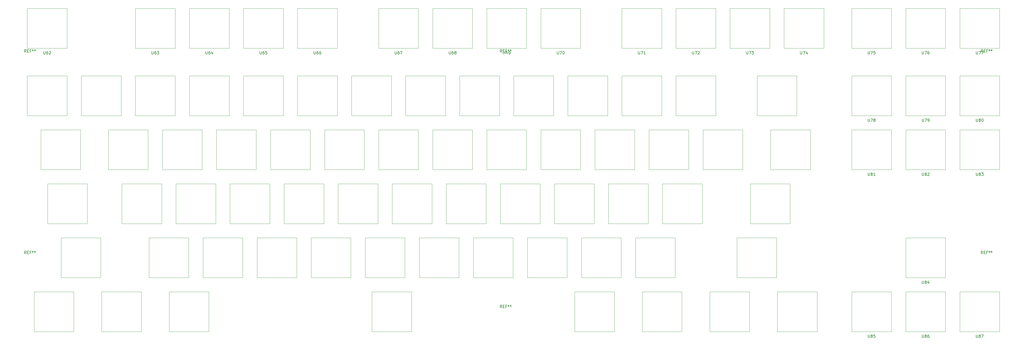
<source format=gto>
%TF.GenerationSoftware,KiCad,Pcbnew,(5.1.2)-1*%
%TF.CreationDate,2021-11-11T01:17:37-08:00*%
%TF.ProjectId,PyKey60,50794b65-7936-4302-9e6b-696361645f70,1.1a*%
%TF.SameCoordinates,Original*%
%TF.FileFunction,Legend,Top*%
%TF.FilePolarity,Positive*%
%FSLAX46Y46*%
G04 Gerber Fmt 4.6, Leading zero omitted, Abs format (unit mm)*
G04 Created by KiCad (PCBNEW (5.1.2)-1) date 2021-11-11 01:17:37*
%MOMM*%
%LPD*%
G04 APERTURE LIST*
%ADD10C,0.120000*%
%ADD11C,0.150000*%
%ADD12C,5.552400*%
%ADD13C,3.152400*%
%ADD14C,1.902400*%
%ADD15C,4.152400*%
%ADD16C,3.202400*%
%ADD17O,1.852400X1.852400*%
%ADD18R,1.852400X1.852400*%
%ADD19O,1.152400X2.252400*%
%ADD20C,0.802400*%
%ADD21O,1.152400X1.752400*%
%ADD22C,1.052400*%
G04 APERTURE END LIST*
D10*
%TO.C,U74*%
X345137500Y-57007500D02*
X345137500Y-43007500D01*
X345137500Y-57007500D02*
X331137500Y-57007500D01*
X331137500Y-57007500D02*
X331137500Y-43007500D01*
X331137500Y-43007500D02*
X345137500Y-43007500D01*
%TO.C,U77*%
X407050000Y-57007500D02*
X407050000Y-43007500D01*
X407050000Y-57007500D02*
X393050000Y-57007500D01*
X393050000Y-57007500D02*
X393050000Y-43007500D01*
X393050000Y-43007500D02*
X407050000Y-43007500D01*
%TO.C,U80*%
X407050000Y-80820000D02*
X407050000Y-66820000D01*
X407050000Y-80820000D02*
X393050000Y-80820000D01*
X393050000Y-80820000D02*
X393050000Y-66820000D01*
X393050000Y-66820000D02*
X407050000Y-66820000D01*
%TO.C,U83*%
X407050000Y-99870000D02*
X407050000Y-85870000D01*
X407050000Y-99870000D02*
X393050000Y-99870000D01*
X393050000Y-99870000D02*
X393050000Y-85870000D01*
X393050000Y-85870000D02*
X407050000Y-85870000D01*
%TO.C,U84*%
X388000000Y-137970000D02*
X388000000Y-123970000D01*
X388000000Y-137970000D02*
X374000000Y-137970000D01*
X374000000Y-137970000D02*
X374000000Y-123970000D01*
X374000000Y-123970000D02*
X388000000Y-123970000D01*
%TO.C,U87*%
X407050000Y-157020000D02*
X407050000Y-143020000D01*
X407050000Y-157020000D02*
X393050000Y-157020000D01*
X393050000Y-157020000D02*
X393050000Y-143020000D01*
X393050000Y-143020000D02*
X407050000Y-143020000D01*
%TO.C,U42*%
X76312000Y-123970000D02*
X90312000Y-123970000D01*
X76312000Y-137970000D02*
X76312000Y-123970000D01*
X90312000Y-137970000D02*
X76312000Y-137970000D01*
X90312000Y-137970000D02*
X90312000Y-123970000D01*
%TO.C,U1*%
X64437500Y-66820000D02*
X78437500Y-66820000D01*
X64437500Y-80820000D02*
X64437500Y-66820000D01*
X78437500Y-80820000D02*
X64437500Y-80820000D01*
X78437500Y-80820000D02*
X78437500Y-66820000D01*
%TO.C,U2*%
X83487500Y-66820000D02*
X97487500Y-66820000D01*
X83487500Y-80820000D02*
X83487500Y-66820000D01*
X97487500Y-80820000D02*
X83487500Y-80820000D01*
X97487500Y-80820000D02*
X97487500Y-66820000D01*
%TO.C,U3*%
X102538000Y-66820000D02*
X116538000Y-66820000D01*
X102538000Y-80820000D02*
X102538000Y-66820000D01*
X116538000Y-80820000D02*
X102538000Y-80820000D01*
X116538000Y-80820000D02*
X116538000Y-66820000D01*
%TO.C,U4*%
X121588000Y-66820000D02*
X135588000Y-66820000D01*
X121588000Y-80820000D02*
X121588000Y-66820000D01*
X135588000Y-80820000D02*
X121588000Y-80820000D01*
X135588000Y-80820000D02*
X135588000Y-66820000D01*
%TO.C,U5*%
X140638000Y-66820000D02*
X154638000Y-66820000D01*
X140638000Y-80820000D02*
X140638000Y-66820000D01*
X154638000Y-80820000D02*
X140638000Y-80820000D01*
X154638000Y-80820000D02*
X154638000Y-66820000D01*
%TO.C,U6*%
X159688000Y-66820000D02*
X173688000Y-66820000D01*
X159688000Y-80820000D02*
X159688000Y-66820000D01*
X173688000Y-80820000D02*
X159688000Y-80820000D01*
X173688000Y-80820000D02*
X173688000Y-66820000D01*
%TO.C,U8*%
X197788000Y-66820000D02*
X211788000Y-66820000D01*
X197788000Y-80820000D02*
X197788000Y-66820000D01*
X211788000Y-80820000D02*
X197788000Y-80820000D01*
X211788000Y-80820000D02*
X211788000Y-66820000D01*
%TO.C,U9*%
X216838000Y-66820000D02*
X230838000Y-66820000D01*
X216838000Y-80820000D02*
X216838000Y-66820000D01*
X230838000Y-80820000D02*
X216838000Y-80820000D01*
X230838000Y-80820000D02*
X230838000Y-66820000D01*
%TO.C,U10*%
X235888000Y-66820000D02*
X249888000Y-66820000D01*
X235888000Y-80820000D02*
X235888000Y-66820000D01*
X249888000Y-80820000D02*
X235888000Y-80820000D01*
X249888000Y-80820000D02*
X249888000Y-66820000D01*
%TO.C,U11*%
X254938000Y-66820000D02*
X268938000Y-66820000D01*
X254938000Y-80820000D02*
X254938000Y-66820000D01*
X268938000Y-80820000D02*
X254938000Y-80820000D01*
X268938000Y-80820000D02*
X268938000Y-66820000D01*
%TO.C,U12*%
X273988000Y-66820000D02*
X287988000Y-66820000D01*
X273988000Y-80820000D02*
X273988000Y-66820000D01*
X287988000Y-80820000D02*
X273988000Y-80820000D01*
X287988000Y-80820000D02*
X287988000Y-66820000D01*
%TO.C,U13*%
X293038000Y-66820000D02*
X307038000Y-66820000D01*
X293038000Y-80820000D02*
X293038000Y-66820000D01*
X307038000Y-80820000D02*
X293038000Y-80820000D01*
X307038000Y-80820000D02*
X307038000Y-66820000D01*
%TO.C,U16*%
X93012000Y-85870000D02*
X107012000Y-85870000D01*
X93012000Y-99870000D02*
X93012000Y-85870000D01*
X107012000Y-99870000D02*
X93012000Y-99870000D01*
X107012000Y-99870000D02*
X107012000Y-85870000D01*
%TO.C,U17*%
X112062000Y-85870000D02*
X126062000Y-85870000D01*
X112062000Y-99870000D02*
X112062000Y-85870000D01*
X126062000Y-99870000D02*
X112062000Y-99870000D01*
X126062000Y-99870000D02*
X126062000Y-85870000D01*
%TO.C,U18*%
X131112000Y-85870000D02*
X145112000Y-85870000D01*
X131112000Y-99870000D02*
X131112000Y-85870000D01*
X145112000Y-99870000D02*
X131112000Y-99870000D01*
X145112000Y-99870000D02*
X145112000Y-85870000D01*
%TO.C,U19*%
X150162000Y-85870000D02*
X164162000Y-85870000D01*
X150162000Y-99870000D02*
X150162000Y-85870000D01*
X164162000Y-99870000D02*
X150162000Y-99870000D01*
X164162000Y-99870000D02*
X164162000Y-85870000D01*
%TO.C,U20*%
X169212000Y-85870000D02*
X183212000Y-85870000D01*
X169212000Y-99870000D02*
X169212000Y-85870000D01*
X183212000Y-99870000D02*
X169212000Y-99870000D01*
X183212000Y-99870000D02*
X183212000Y-85870000D01*
%TO.C,U21*%
X188262000Y-85870000D02*
X202262000Y-85870000D01*
X188262000Y-99870000D02*
X188262000Y-85870000D01*
X202262000Y-99870000D02*
X188262000Y-99870000D01*
X202262000Y-99870000D02*
X202262000Y-85870000D01*
%TO.C,U22*%
X207312000Y-85870000D02*
X221312000Y-85870000D01*
X207312000Y-99870000D02*
X207312000Y-85870000D01*
X221312000Y-99870000D02*
X207312000Y-99870000D01*
X221312000Y-99870000D02*
X221312000Y-85870000D01*
%TO.C,U23*%
X226362000Y-85870000D02*
X240362000Y-85870000D01*
X226362000Y-99870000D02*
X226362000Y-85870000D01*
X240362000Y-99870000D02*
X226362000Y-99870000D01*
X240362000Y-99870000D02*
X240362000Y-85870000D01*
%TO.C,U24*%
X245412000Y-85870000D02*
X259412000Y-85870000D01*
X245412000Y-99870000D02*
X245412000Y-85870000D01*
X259412000Y-99870000D02*
X245412000Y-99870000D01*
X259412000Y-99870000D02*
X259412000Y-85870000D01*
%TO.C,U25*%
X264462000Y-85870000D02*
X278462000Y-85870000D01*
X264462000Y-99870000D02*
X264462000Y-85870000D01*
X278462000Y-99870000D02*
X264462000Y-99870000D01*
X278462000Y-99870000D02*
X278462000Y-85870000D01*
%TO.C,U26*%
X283512000Y-85870000D02*
X297512000Y-85870000D01*
X283512000Y-99870000D02*
X283512000Y-85870000D01*
X297512000Y-99870000D02*
X283512000Y-99870000D01*
X297512000Y-99870000D02*
X297512000Y-85870000D01*
%TO.C,U27*%
X302562000Y-85870000D02*
X316562000Y-85870000D01*
X302562000Y-99870000D02*
X302562000Y-85870000D01*
X316562000Y-99870000D02*
X302562000Y-99870000D01*
X316562000Y-99870000D02*
X316562000Y-85870000D01*
%TO.C,U30*%
X97775000Y-104920000D02*
X111775000Y-104920000D01*
X97775000Y-118920000D02*
X97775000Y-104920000D01*
X111775000Y-118920000D02*
X97775000Y-118920000D01*
X111775000Y-118920000D02*
X111775000Y-104920000D01*
%TO.C,U31*%
X116825000Y-104920000D02*
X130825000Y-104920000D01*
X116825000Y-118920000D02*
X116825000Y-104920000D01*
X130825000Y-118920000D02*
X116825000Y-118920000D01*
X130825000Y-118920000D02*
X130825000Y-104920000D01*
%TO.C,U32*%
X135875000Y-104920000D02*
X149875000Y-104920000D01*
X135875000Y-118920000D02*
X135875000Y-104920000D01*
X149875000Y-118920000D02*
X135875000Y-118920000D01*
X149875000Y-118920000D02*
X149875000Y-104920000D01*
%TO.C,U33*%
X154925000Y-104920000D02*
X168925000Y-104920000D01*
X154925000Y-118920000D02*
X154925000Y-104920000D01*
X168925000Y-118920000D02*
X154925000Y-118920000D01*
X168925000Y-118920000D02*
X168925000Y-104920000D01*
%TO.C,U34*%
X173975000Y-104920000D02*
X187975000Y-104920000D01*
X173975000Y-118920000D02*
X173975000Y-104920000D01*
X187975000Y-118920000D02*
X173975000Y-118920000D01*
X187975000Y-118920000D02*
X187975000Y-104920000D01*
%TO.C,U35*%
X193025000Y-104920000D02*
X207025000Y-104920000D01*
X193025000Y-118920000D02*
X193025000Y-104920000D01*
X207025000Y-118920000D02*
X193025000Y-118920000D01*
X207025000Y-118920000D02*
X207025000Y-104920000D01*
%TO.C,U36*%
X212075000Y-104920000D02*
X226075000Y-104920000D01*
X212075000Y-118920000D02*
X212075000Y-104920000D01*
X226075000Y-118920000D02*
X212075000Y-118920000D01*
X226075000Y-118920000D02*
X226075000Y-104920000D01*
%TO.C,U37*%
X231125000Y-104920000D02*
X245125000Y-104920000D01*
X231125000Y-118920000D02*
X231125000Y-104920000D01*
X245125000Y-118920000D02*
X231125000Y-118920000D01*
X245125000Y-118920000D02*
X245125000Y-104920000D01*
%TO.C,U38*%
X250175000Y-104920000D02*
X264175000Y-104920000D01*
X250175000Y-118920000D02*
X250175000Y-104920000D01*
X264175000Y-118920000D02*
X250175000Y-118920000D01*
X264175000Y-118920000D02*
X264175000Y-104920000D01*
%TO.C,U39*%
X269225000Y-104920000D02*
X283225000Y-104920000D01*
X269225000Y-118920000D02*
X269225000Y-104920000D01*
X283225000Y-118920000D02*
X269225000Y-118920000D01*
X283225000Y-118920000D02*
X283225000Y-104920000D01*
%TO.C,U40*%
X288275000Y-104920000D02*
X302275000Y-104920000D01*
X288275000Y-118920000D02*
X288275000Y-104920000D01*
X302275000Y-118920000D02*
X288275000Y-118920000D01*
X302275000Y-118920000D02*
X302275000Y-104920000D01*
%TO.C,U43*%
X107300000Y-123970000D02*
X121300000Y-123970000D01*
X107300000Y-137970000D02*
X107300000Y-123970000D01*
X121300000Y-137970000D02*
X107300000Y-137970000D01*
X121300000Y-137970000D02*
X121300000Y-123970000D01*
%TO.C,U44*%
X126350000Y-123970000D02*
X140350000Y-123970000D01*
X126350000Y-137970000D02*
X126350000Y-123970000D01*
X140350000Y-137970000D02*
X126350000Y-137970000D01*
X140350000Y-137970000D02*
X140350000Y-123970000D01*
%TO.C,U45*%
X145400000Y-123970000D02*
X159400000Y-123970000D01*
X145400000Y-137970000D02*
X145400000Y-123970000D01*
X159400000Y-137970000D02*
X145400000Y-137970000D01*
X159400000Y-137970000D02*
X159400000Y-123970000D01*
%TO.C,U46*%
X164450000Y-123970000D02*
X178450000Y-123970000D01*
X164450000Y-137970000D02*
X164450000Y-123970000D01*
X178450000Y-137970000D02*
X164450000Y-137970000D01*
X178450000Y-137970000D02*
X178450000Y-123970000D01*
%TO.C,U47*%
X183500000Y-123970000D02*
X197500000Y-123970000D01*
X183500000Y-137970000D02*
X183500000Y-123970000D01*
X197500000Y-137970000D02*
X183500000Y-137970000D01*
X197500000Y-137970000D02*
X197500000Y-123970000D01*
%TO.C,U48*%
X202550000Y-123970000D02*
X216550000Y-123970000D01*
X202550000Y-137970000D02*
X202550000Y-123970000D01*
X216550000Y-137970000D02*
X202550000Y-137970000D01*
X216550000Y-137970000D02*
X216550000Y-123970000D01*
%TO.C,U49*%
X221600000Y-123970000D02*
X235600000Y-123970000D01*
X221600000Y-137970000D02*
X221600000Y-123970000D01*
X235600000Y-137970000D02*
X221600000Y-137970000D01*
X235600000Y-137970000D02*
X235600000Y-123970000D01*
%TO.C,U50*%
X240650000Y-123970000D02*
X254650000Y-123970000D01*
X240650000Y-137970000D02*
X240650000Y-123970000D01*
X254650000Y-137970000D02*
X240650000Y-137970000D01*
X254650000Y-137970000D02*
X254650000Y-123970000D01*
%TO.C,U51*%
X259700000Y-123970000D02*
X273700000Y-123970000D01*
X259700000Y-137970000D02*
X259700000Y-123970000D01*
X273700000Y-137970000D02*
X259700000Y-137970000D01*
X273700000Y-137970000D02*
X273700000Y-123970000D01*
%TO.C,U52*%
X278750000Y-123970000D02*
X292750000Y-123970000D01*
X278750000Y-137970000D02*
X278750000Y-123970000D01*
X292750000Y-137970000D02*
X278750000Y-137970000D01*
X292750000Y-137970000D02*
X292750000Y-123970000D01*
%TO.C,U62*%
X78437500Y-57007500D02*
X78437500Y-43007500D01*
X78437500Y-57007500D02*
X64437500Y-57007500D01*
X64437500Y-57007500D02*
X64437500Y-43007500D01*
X64437500Y-43007500D02*
X78437500Y-43007500D01*
%TO.C,U63*%
X102537500Y-43007500D02*
X116537500Y-43007500D01*
X102537500Y-57007500D02*
X102537500Y-43007500D01*
X116537500Y-57007500D02*
X102537500Y-57007500D01*
X116537500Y-57007500D02*
X116537500Y-43007500D01*
%TO.C,U64*%
X135587500Y-57007500D02*
X135587500Y-43007500D01*
X135587500Y-57007500D02*
X121587500Y-57007500D01*
X121587500Y-57007500D02*
X121587500Y-43007500D01*
X121587500Y-43007500D02*
X135587500Y-43007500D01*
%TO.C,U65*%
X154637500Y-57007500D02*
X154637500Y-43007500D01*
X154637500Y-57007500D02*
X140637500Y-57007500D01*
X140637500Y-57007500D02*
X140637500Y-43007500D01*
X140637500Y-43007500D02*
X154637500Y-43007500D01*
%TO.C,U66*%
X173687500Y-57007500D02*
X173687500Y-43007500D01*
X173687500Y-57007500D02*
X159687500Y-57007500D01*
X159687500Y-57007500D02*
X159687500Y-43007500D01*
X159687500Y-43007500D02*
X173687500Y-43007500D01*
%TO.C,U67*%
X202262500Y-57007500D02*
X202262500Y-43007500D01*
X202262500Y-57007500D02*
X188262500Y-57007500D01*
X188262500Y-57007500D02*
X188262500Y-43007500D01*
X188262500Y-43007500D02*
X202262500Y-43007500D01*
%TO.C,U68*%
X221312500Y-57007500D02*
X221312500Y-43007500D01*
X221312500Y-57007500D02*
X207312500Y-57007500D01*
X207312500Y-57007500D02*
X207312500Y-43007500D01*
X207312500Y-43007500D02*
X221312500Y-43007500D01*
%TO.C,U69*%
X240362500Y-57007500D02*
X240362500Y-43007500D01*
X240362500Y-57007500D02*
X226362500Y-57007500D01*
X226362500Y-57007500D02*
X226362500Y-43007500D01*
X226362500Y-43007500D02*
X240362500Y-43007500D01*
%TO.C,U70*%
X259412500Y-57007500D02*
X259412500Y-43007500D01*
X259412500Y-57007500D02*
X245412500Y-57007500D01*
X245412500Y-57007500D02*
X245412500Y-43007500D01*
X245412500Y-43007500D02*
X259412500Y-43007500D01*
%TO.C,U71*%
X287987500Y-57007500D02*
X287987500Y-43007500D01*
X287987500Y-57007500D02*
X273987500Y-57007500D01*
X273987500Y-57007500D02*
X273987500Y-43007500D01*
X273987500Y-43007500D02*
X287987500Y-43007500D01*
%TO.C,U72*%
X307037500Y-57007500D02*
X307037500Y-43007500D01*
X307037500Y-57007500D02*
X293037500Y-57007500D01*
X293037500Y-57007500D02*
X293037500Y-43007500D01*
X293037500Y-43007500D02*
X307037500Y-43007500D01*
%TO.C,U73*%
X326087500Y-57007500D02*
X326087500Y-43007500D01*
X326087500Y-57007500D02*
X312087500Y-57007500D01*
X312087500Y-57007500D02*
X312087500Y-43007500D01*
X312087500Y-43007500D02*
X326087500Y-43007500D01*
%TO.C,U75*%
X368950000Y-57007500D02*
X368950000Y-43007500D01*
X368950000Y-57007500D02*
X354950000Y-57007500D01*
X354950000Y-57007500D02*
X354950000Y-43007500D01*
X354950000Y-43007500D02*
X368950000Y-43007500D01*
%TO.C,U78*%
X368950000Y-80820000D02*
X368950000Y-66820000D01*
X368950000Y-80820000D02*
X354950000Y-80820000D01*
X354950000Y-80820000D02*
X354950000Y-66820000D01*
X354950000Y-66820000D02*
X368950000Y-66820000D01*
%TO.C,U81*%
X368950000Y-99870000D02*
X368950000Y-85870000D01*
X368950000Y-99870000D02*
X354950000Y-99870000D01*
X354950000Y-99870000D02*
X354950000Y-85870000D01*
X354950000Y-85870000D02*
X368950000Y-85870000D01*
%TO.C,U85*%
X368950000Y-157020000D02*
X368950000Y-143020000D01*
X368950000Y-157020000D02*
X354950000Y-157020000D01*
X354950000Y-157020000D02*
X354950000Y-143020000D01*
X354950000Y-143020000D02*
X368950000Y-143020000D01*
%TO.C,U76*%
X388000000Y-57007500D02*
X388000000Y-43007500D01*
X388000000Y-57007500D02*
X374000000Y-57007500D01*
X374000000Y-57007500D02*
X374000000Y-43007500D01*
X374000000Y-43007500D02*
X388000000Y-43007500D01*
%TO.C,U79*%
X388000000Y-80820000D02*
X388000000Y-66820000D01*
X388000000Y-80820000D02*
X374000000Y-80820000D01*
X374000000Y-80820000D02*
X374000000Y-66820000D01*
X374000000Y-66820000D02*
X388000000Y-66820000D01*
%TO.C,U82*%
X388000000Y-99870000D02*
X388000000Y-85870000D01*
X388000000Y-99870000D02*
X374000000Y-99870000D01*
X374000000Y-99870000D02*
X374000000Y-85870000D01*
X374000000Y-85870000D02*
X388000000Y-85870000D01*
%TO.C,U7*%
X178738000Y-66820000D02*
X192738000Y-66820000D01*
X178738000Y-80820000D02*
X178738000Y-66820000D01*
X192738000Y-80820000D02*
X178738000Y-80820000D01*
X192738000Y-80820000D02*
X192738000Y-66820000D01*
%TO.C,U86*%
X388000000Y-157020000D02*
X388000000Y-143020000D01*
X388000000Y-157020000D02*
X374000000Y-157020000D01*
X374000000Y-157020000D02*
X374000000Y-143020000D01*
X374000000Y-143020000D02*
X388000000Y-143020000D01*
%TO.C,U57*%
X185881000Y-143020000D02*
X199881000Y-143020000D01*
X185881000Y-157020000D02*
X185881000Y-143020000D01*
X199881000Y-157020000D02*
X185881000Y-157020000D01*
X199881000Y-157020000D02*
X199881000Y-143020000D01*
%TO.C,U53*%
X314469000Y-123970000D02*
X328469000Y-123970000D01*
X314469000Y-137970000D02*
X314469000Y-123970000D01*
X328469000Y-137970000D02*
X314469000Y-137970000D01*
X328469000Y-137970000D02*
X328469000Y-123970000D01*
%TO.C,U41*%
X319231000Y-104920000D02*
X333231000Y-104920000D01*
X319231000Y-118920000D02*
X319231000Y-104920000D01*
X333231000Y-118920000D02*
X319231000Y-118920000D01*
X333231000Y-118920000D02*
X333231000Y-104920000D01*
%TO.C,U14*%
X321613000Y-66820000D02*
X335613000Y-66820000D01*
X321613000Y-80820000D02*
X321613000Y-66820000D01*
X335613000Y-80820000D02*
X321613000Y-80820000D01*
X335613000Y-80820000D02*
X335613000Y-66820000D01*
%TO.C,U29*%
X71582500Y-104920000D02*
X85582500Y-104920000D01*
X71582500Y-118920000D02*
X71582500Y-104920000D01*
X85582500Y-118920000D02*
X71582500Y-118920000D01*
X85582500Y-118920000D02*
X85582500Y-104920000D01*
%TO.C,U28*%
X326375000Y-85870000D02*
X340375000Y-85870000D01*
X326375000Y-99870000D02*
X326375000Y-85870000D01*
X340375000Y-99870000D02*
X326375000Y-99870000D01*
X340375000Y-99870000D02*
X340375000Y-85870000D01*
%TO.C,U15*%
X69200000Y-85870000D02*
X83200000Y-85870000D01*
X69200000Y-99870000D02*
X69200000Y-85870000D01*
X83200000Y-99870000D02*
X69200000Y-99870000D01*
X83200000Y-99870000D02*
X83200000Y-85870000D01*
%TO.C,U61*%
X328744000Y-143020000D02*
X342744000Y-143020000D01*
X328744000Y-157020000D02*
X328744000Y-143020000D01*
X342744000Y-157020000D02*
X328744000Y-157020000D01*
X342744000Y-157020000D02*
X342744000Y-143020000D01*
%TO.C,U60*%
X304931000Y-143020000D02*
X318931000Y-143020000D01*
X304931000Y-157020000D02*
X304931000Y-143020000D01*
X318931000Y-157020000D02*
X304931000Y-157020000D01*
X318931000Y-157020000D02*
X318931000Y-143020000D01*
%TO.C,U59*%
X281131000Y-143020000D02*
X295131000Y-143020000D01*
X281131000Y-157020000D02*
X281131000Y-143020000D01*
X295131000Y-157020000D02*
X281131000Y-157020000D01*
X295131000Y-157020000D02*
X295131000Y-143020000D01*
%TO.C,U58*%
X257319000Y-143020000D02*
X271319000Y-143020000D01*
X257319000Y-157020000D02*
X257319000Y-143020000D01*
X271319000Y-157020000D02*
X257319000Y-157020000D01*
X271319000Y-157020000D02*
X271319000Y-143020000D01*
%TO.C,U56*%
X114444000Y-143020000D02*
X128444000Y-143020000D01*
X114444000Y-157020000D02*
X114444000Y-143020000D01*
X128444000Y-157020000D02*
X114444000Y-157020000D01*
X128444000Y-157020000D02*
X128444000Y-143020000D01*
%TO.C,U55*%
X90631200Y-143020000D02*
X104631200Y-143020000D01*
X90631200Y-157020000D02*
X90631200Y-143020000D01*
X104631200Y-157020000D02*
X90631200Y-157020000D01*
X104631200Y-157020000D02*
X104631200Y-143020000D01*
%TO.C,U54*%
X66818800Y-143020000D02*
X80818800Y-143020000D01*
X66818800Y-157020000D02*
X66818800Y-143020000D01*
X80818800Y-157020000D02*
X66818800Y-157020000D01*
X80818800Y-157020000D02*
X80818800Y-143020000D01*
%TO.C,REF\002A\002A*%
D11*
X401161666Y-58507380D02*
X400828333Y-58031190D01*
X400590238Y-58507380D02*
X400590238Y-57507380D01*
X400971190Y-57507380D01*
X401066428Y-57555000D01*
X401114047Y-57602619D01*
X401161666Y-57697857D01*
X401161666Y-57840714D01*
X401114047Y-57935952D01*
X401066428Y-57983571D01*
X400971190Y-58031190D01*
X400590238Y-58031190D01*
X401590238Y-57983571D02*
X401923571Y-57983571D01*
X402066428Y-58507380D02*
X401590238Y-58507380D01*
X401590238Y-57507380D01*
X402066428Y-57507380D01*
X402828333Y-57983571D02*
X402495000Y-57983571D01*
X402495000Y-58507380D02*
X402495000Y-57507380D01*
X402971190Y-57507380D01*
X403495000Y-57507380D02*
X403495000Y-57745476D01*
X403256904Y-57650238D02*
X403495000Y-57745476D01*
X403733095Y-57650238D01*
X403352142Y-57935952D02*
X403495000Y-57745476D01*
X403637857Y-57935952D01*
X404256904Y-57507380D02*
X404256904Y-57745476D01*
X404018809Y-57650238D02*
X404256904Y-57745476D01*
X404495000Y-57650238D01*
X404114047Y-57935952D02*
X404256904Y-57745476D01*
X404399761Y-57935952D01*
X401161666Y-129627380D02*
X400828333Y-129151190D01*
X400590238Y-129627380D02*
X400590238Y-128627380D01*
X400971190Y-128627380D01*
X401066428Y-128675000D01*
X401114047Y-128722619D01*
X401161666Y-128817857D01*
X401161666Y-128960714D01*
X401114047Y-129055952D01*
X401066428Y-129103571D01*
X400971190Y-129151190D01*
X400590238Y-129151190D01*
X401590238Y-129103571D02*
X401923571Y-129103571D01*
X402066428Y-129627380D02*
X401590238Y-129627380D01*
X401590238Y-128627380D01*
X402066428Y-128627380D01*
X402828333Y-129103571D02*
X402495000Y-129103571D01*
X402495000Y-129627380D02*
X402495000Y-128627380D01*
X402971190Y-128627380D01*
X403495000Y-128627380D02*
X403495000Y-128865476D01*
X403256904Y-128770238D02*
X403495000Y-128865476D01*
X403733095Y-128770238D01*
X403352142Y-129055952D02*
X403495000Y-128865476D01*
X403637857Y-129055952D01*
X404256904Y-128627380D02*
X404256904Y-128865476D01*
X404018809Y-128770238D02*
X404256904Y-128865476D01*
X404495000Y-128770238D01*
X404114047Y-129055952D02*
X404256904Y-128865476D01*
X404399761Y-129055952D01*
X231711666Y-58507380D02*
X231378333Y-58031190D01*
X231140238Y-58507380D02*
X231140238Y-57507380D01*
X231521190Y-57507380D01*
X231616428Y-57555000D01*
X231664047Y-57602619D01*
X231711666Y-57697857D01*
X231711666Y-57840714D01*
X231664047Y-57935952D01*
X231616428Y-57983571D01*
X231521190Y-58031190D01*
X231140238Y-58031190D01*
X232140238Y-57983571D02*
X232473571Y-57983571D01*
X232616428Y-58507380D02*
X232140238Y-58507380D01*
X232140238Y-57507380D01*
X232616428Y-57507380D01*
X233378333Y-57983571D02*
X233045000Y-57983571D01*
X233045000Y-58507380D02*
X233045000Y-57507380D01*
X233521190Y-57507380D01*
X234045000Y-57507380D02*
X234045000Y-57745476D01*
X233806904Y-57650238D02*
X234045000Y-57745476D01*
X234283095Y-57650238D01*
X233902142Y-57935952D02*
X234045000Y-57745476D01*
X234187857Y-57935952D01*
X234806904Y-57507380D02*
X234806904Y-57745476D01*
X234568809Y-57650238D02*
X234806904Y-57745476D01*
X235045000Y-57650238D01*
X234664047Y-57935952D02*
X234806904Y-57745476D01*
X234949761Y-57935952D01*
X231711666Y-148677380D02*
X231378333Y-148201190D01*
X231140238Y-148677380D02*
X231140238Y-147677380D01*
X231521190Y-147677380D01*
X231616428Y-147725000D01*
X231664047Y-147772619D01*
X231711666Y-147867857D01*
X231711666Y-148010714D01*
X231664047Y-148105952D01*
X231616428Y-148153571D01*
X231521190Y-148201190D01*
X231140238Y-148201190D01*
X232140238Y-148153571D02*
X232473571Y-148153571D01*
X232616428Y-148677380D02*
X232140238Y-148677380D01*
X232140238Y-147677380D01*
X232616428Y-147677380D01*
X233378333Y-148153571D02*
X233045000Y-148153571D01*
X233045000Y-148677380D02*
X233045000Y-147677380D01*
X233521190Y-147677380D01*
X234045000Y-147677380D02*
X234045000Y-147915476D01*
X233806904Y-147820238D02*
X234045000Y-147915476D01*
X234283095Y-147820238D01*
X233902142Y-148105952D02*
X234045000Y-147915476D01*
X234187857Y-148105952D01*
X234806904Y-147677380D02*
X234806904Y-147915476D01*
X234568809Y-147820238D02*
X234806904Y-147915476D01*
X235045000Y-147820238D01*
X234664047Y-148105952D02*
X234806904Y-147915476D01*
X234949761Y-148105952D01*
X64071666Y-58507380D02*
X63738333Y-58031190D01*
X63500238Y-58507380D02*
X63500238Y-57507380D01*
X63881190Y-57507380D01*
X63976428Y-57555000D01*
X64024047Y-57602619D01*
X64071666Y-57697857D01*
X64071666Y-57840714D01*
X64024047Y-57935952D01*
X63976428Y-57983571D01*
X63881190Y-58031190D01*
X63500238Y-58031190D01*
X64500238Y-57983571D02*
X64833571Y-57983571D01*
X64976428Y-58507380D02*
X64500238Y-58507380D01*
X64500238Y-57507380D01*
X64976428Y-57507380D01*
X65738333Y-57983571D02*
X65405000Y-57983571D01*
X65405000Y-58507380D02*
X65405000Y-57507380D01*
X65881190Y-57507380D01*
X66405000Y-57507380D02*
X66405000Y-57745476D01*
X66166904Y-57650238D02*
X66405000Y-57745476D01*
X66643095Y-57650238D01*
X66262142Y-57935952D02*
X66405000Y-57745476D01*
X66547857Y-57935952D01*
X67166904Y-57507380D02*
X67166904Y-57745476D01*
X66928809Y-57650238D02*
X67166904Y-57745476D01*
X67405000Y-57650238D01*
X67024047Y-57935952D02*
X67166904Y-57745476D01*
X67309761Y-57935952D01*
X64071666Y-129627380D02*
X63738333Y-129151190D01*
X63500238Y-129627380D02*
X63500238Y-128627380D01*
X63881190Y-128627380D01*
X63976428Y-128675000D01*
X64024047Y-128722619D01*
X64071666Y-128817857D01*
X64071666Y-128960714D01*
X64024047Y-129055952D01*
X63976428Y-129103571D01*
X63881190Y-129151190D01*
X63500238Y-129151190D01*
X64500238Y-129103571D02*
X64833571Y-129103571D01*
X64976428Y-129627380D02*
X64500238Y-129627380D01*
X64500238Y-128627380D01*
X64976428Y-128627380D01*
X65738333Y-129103571D02*
X65405000Y-129103571D01*
X65405000Y-129627380D02*
X65405000Y-128627380D01*
X65881190Y-128627380D01*
X66405000Y-128627380D02*
X66405000Y-128865476D01*
X66166904Y-128770238D02*
X66405000Y-128865476D01*
X66643095Y-128770238D01*
X66262142Y-129055952D02*
X66405000Y-128865476D01*
X66547857Y-129055952D01*
X67166904Y-128627380D02*
X67166904Y-128865476D01*
X66928809Y-128770238D02*
X67166904Y-128865476D01*
X67405000Y-128770238D01*
X67024047Y-129055952D02*
X67166904Y-128865476D01*
X67309761Y-129055952D01*
%TO.C,U74*%
X336899404Y-58122380D02*
X336899404Y-58931904D01*
X336947023Y-59027142D01*
X336994642Y-59074761D01*
X337089880Y-59122380D01*
X337280357Y-59122380D01*
X337375595Y-59074761D01*
X337423214Y-59027142D01*
X337470833Y-58931904D01*
X337470833Y-58122380D01*
X337851785Y-58122380D02*
X338518452Y-58122380D01*
X338089880Y-59122380D01*
X339327976Y-58455714D02*
X339327976Y-59122380D01*
X339089880Y-58074761D02*
X338851785Y-58789047D01*
X339470833Y-58789047D01*
%TO.C,U77*%
X398811904Y-58122380D02*
X398811904Y-58931904D01*
X398859523Y-59027142D01*
X398907142Y-59074761D01*
X399002380Y-59122380D01*
X399192857Y-59122380D01*
X399288095Y-59074761D01*
X399335714Y-59027142D01*
X399383333Y-58931904D01*
X399383333Y-58122380D01*
X399764285Y-58122380D02*
X400430952Y-58122380D01*
X400002380Y-59122380D01*
X400716666Y-58122380D02*
X401383333Y-58122380D01*
X400954761Y-59122380D01*
%TO.C,U80*%
X398811904Y-81934880D02*
X398811904Y-82744404D01*
X398859523Y-82839642D01*
X398907142Y-82887261D01*
X399002380Y-82934880D01*
X399192857Y-82934880D01*
X399288095Y-82887261D01*
X399335714Y-82839642D01*
X399383333Y-82744404D01*
X399383333Y-81934880D01*
X400002380Y-82363452D02*
X399907142Y-82315833D01*
X399859523Y-82268214D01*
X399811904Y-82172976D01*
X399811904Y-82125357D01*
X399859523Y-82030119D01*
X399907142Y-81982500D01*
X400002380Y-81934880D01*
X400192857Y-81934880D01*
X400288095Y-81982500D01*
X400335714Y-82030119D01*
X400383333Y-82125357D01*
X400383333Y-82172976D01*
X400335714Y-82268214D01*
X400288095Y-82315833D01*
X400192857Y-82363452D01*
X400002380Y-82363452D01*
X399907142Y-82411071D01*
X399859523Y-82458690D01*
X399811904Y-82553928D01*
X399811904Y-82744404D01*
X399859523Y-82839642D01*
X399907142Y-82887261D01*
X400002380Y-82934880D01*
X400192857Y-82934880D01*
X400288095Y-82887261D01*
X400335714Y-82839642D01*
X400383333Y-82744404D01*
X400383333Y-82553928D01*
X400335714Y-82458690D01*
X400288095Y-82411071D01*
X400192857Y-82363452D01*
X401002380Y-81934880D02*
X401097619Y-81934880D01*
X401192857Y-81982500D01*
X401240476Y-82030119D01*
X401288095Y-82125357D01*
X401335714Y-82315833D01*
X401335714Y-82553928D01*
X401288095Y-82744404D01*
X401240476Y-82839642D01*
X401192857Y-82887261D01*
X401097619Y-82934880D01*
X401002380Y-82934880D01*
X400907142Y-82887261D01*
X400859523Y-82839642D01*
X400811904Y-82744404D01*
X400764285Y-82553928D01*
X400764285Y-82315833D01*
X400811904Y-82125357D01*
X400859523Y-82030119D01*
X400907142Y-81982500D01*
X401002380Y-81934880D01*
%TO.C,U83*%
X398811904Y-100984880D02*
X398811904Y-101794404D01*
X398859523Y-101889642D01*
X398907142Y-101937261D01*
X399002380Y-101984880D01*
X399192857Y-101984880D01*
X399288095Y-101937261D01*
X399335714Y-101889642D01*
X399383333Y-101794404D01*
X399383333Y-100984880D01*
X400002380Y-101413452D02*
X399907142Y-101365833D01*
X399859523Y-101318214D01*
X399811904Y-101222976D01*
X399811904Y-101175357D01*
X399859523Y-101080119D01*
X399907142Y-101032500D01*
X400002380Y-100984880D01*
X400192857Y-100984880D01*
X400288095Y-101032500D01*
X400335714Y-101080119D01*
X400383333Y-101175357D01*
X400383333Y-101222976D01*
X400335714Y-101318214D01*
X400288095Y-101365833D01*
X400192857Y-101413452D01*
X400002380Y-101413452D01*
X399907142Y-101461071D01*
X399859523Y-101508690D01*
X399811904Y-101603928D01*
X399811904Y-101794404D01*
X399859523Y-101889642D01*
X399907142Y-101937261D01*
X400002380Y-101984880D01*
X400192857Y-101984880D01*
X400288095Y-101937261D01*
X400335714Y-101889642D01*
X400383333Y-101794404D01*
X400383333Y-101603928D01*
X400335714Y-101508690D01*
X400288095Y-101461071D01*
X400192857Y-101413452D01*
X400716666Y-100984880D02*
X401335714Y-100984880D01*
X401002380Y-101365833D01*
X401145238Y-101365833D01*
X401240476Y-101413452D01*
X401288095Y-101461071D01*
X401335714Y-101556309D01*
X401335714Y-101794404D01*
X401288095Y-101889642D01*
X401240476Y-101937261D01*
X401145238Y-101984880D01*
X400859523Y-101984880D01*
X400764285Y-101937261D01*
X400716666Y-101889642D01*
%TO.C,U84*%
X379761904Y-139084880D02*
X379761904Y-139894404D01*
X379809523Y-139989642D01*
X379857142Y-140037261D01*
X379952380Y-140084880D01*
X380142857Y-140084880D01*
X380238095Y-140037261D01*
X380285714Y-139989642D01*
X380333333Y-139894404D01*
X380333333Y-139084880D01*
X380952380Y-139513452D02*
X380857142Y-139465833D01*
X380809523Y-139418214D01*
X380761904Y-139322976D01*
X380761904Y-139275357D01*
X380809523Y-139180119D01*
X380857142Y-139132500D01*
X380952380Y-139084880D01*
X381142857Y-139084880D01*
X381238095Y-139132500D01*
X381285714Y-139180119D01*
X381333333Y-139275357D01*
X381333333Y-139322976D01*
X381285714Y-139418214D01*
X381238095Y-139465833D01*
X381142857Y-139513452D01*
X380952380Y-139513452D01*
X380857142Y-139561071D01*
X380809523Y-139608690D01*
X380761904Y-139703928D01*
X380761904Y-139894404D01*
X380809523Y-139989642D01*
X380857142Y-140037261D01*
X380952380Y-140084880D01*
X381142857Y-140084880D01*
X381238095Y-140037261D01*
X381285714Y-139989642D01*
X381333333Y-139894404D01*
X381333333Y-139703928D01*
X381285714Y-139608690D01*
X381238095Y-139561071D01*
X381142857Y-139513452D01*
X382190476Y-139418214D02*
X382190476Y-140084880D01*
X381952380Y-139037261D02*
X381714285Y-139751547D01*
X382333333Y-139751547D01*
%TO.C,U87*%
X398811904Y-158134880D02*
X398811904Y-158944404D01*
X398859523Y-159039642D01*
X398907142Y-159087261D01*
X399002380Y-159134880D01*
X399192857Y-159134880D01*
X399288095Y-159087261D01*
X399335714Y-159039642D01*
X399383333Y-158944404D01*
X399383333Y-158134880D01*
X400002380Y-158563452D02*
X399907142Y-158515833D01*
X399859523Y-158468214D01*
X399811904Y-158372976D01*
X399811904Y-158325357D01*
X399859523Y-158230119D01*
X399907142Y-158182500D01*
X400002380Y-158134880D01*
X400192857Y-158134880D01*
X400288095Y-158182500D01*
X400335714Y-158230119D01*
X400383333Y-158325357D01*
X400383333Y-158372976D01*
X400335714Y-158468214D01*
X400288095Y-158515833D01*
X400192857Y-158563452D01*
X400002380Y-158563452D01*
X399907142Y-158611071D01*
X399859523Y-158658690D01*
X399811904Y-158753928D01*
X399811904Y-158944404D01*
X399859523Y-159039642D01*
X399907142Y-159087261D01*
X400002380Y-159134880D01*
X400192857Y-159134880D01*
X400288095Y-159087261D01*
X400335714Y-159039642D01*
X400383333Y-158944404D01*
X400383333Y-158753928D01*
X400335714Y-158658690D01*
X400288095Y-158611071D01*
X400192857Y-158563452D01*
X400716666Y-158134880D02*
X401383333Y-158134880D01*
X400954761Y-159134880D01*
%TO.C,U62*%
X70199404Y-58122380D02*
X70199404Y-58931904D01*
X70247023Y-59027142D01*
X70294642Y-59074761D01*
X70389880Y-59122380D01*
X70580357Y-59122380D01*
X70675595Y-59074761D01*
X70723214Y-59027142D01*
X70770833Y-58931904D01*
X70770833Y-58122380D01*
X71675595Y-58122380D02*
X71485119Y-58122380D01*
X71389880Y-58170000D01*
X71342261Y-58217619D01*
X71247023Y-58360476D01*
X71199404Y-58550952D01*
X71199404Y-58931904D01*
X71247023Y-59027142D01*
X71294642Y-59074761D01*
X71389880Y-59122380D01*
X71580357Y-59122380D01*
X71675595Y-59074761D01*
X71723214Y-59027142D01*
X71770833Y-58931904D01*
X71770833Y-58693809D01*
X71723214Y-58598571D01*
X71675595Y-58550952D01*
X71580357Y-58503333D01*
X71389880Y-58503333D01*
X71294642Y-58550952D01*
X71247023Y-58598571D01*
X71199404Y-58693809D01*
X72151785Y-58217619D02*
X72199404Y-58170000D01*
X72294642Y-58122380D01*
X72532738Y-58122380D01*
X72627976Y-58170000D01*
X72675595Y-58217619D01*
X72723214Y-58312857D01*
X72723214Y-58408095D01*
X72675595Y-58550952D01*
X72104166Y-59122380D01*
X72723214Y-59122380D01*
%TO.C,U63*%
X108299404Y-58122380D02*
X108299404Y-58931904D01*
X108347023Y-59027142D01*
X108394642Y-59074761D01*
X108489880Y-59122380D01*
X108680357Y-59122380D01*
X108775595Y-59074761D01*
X108823214Y-59027142D01*
X108870833Y-58931904D01*
X108870833Y-58122380D01*
X109775595Y-58122380D02*
X109585119Y-58122380D01*
X109489880Y-58170000D01*
X109442261Y-58217619D01*
X109347023Y-58360476D01*
X109299404Y-58550952D01*
X109299404Y-58931904D01*
X109347023Y-59027142D01*
X109394642Y-59074761D01*
X109489880Y-59122380D01*
X109680357Y-59122380D01*
X109775595Y-59074761D01*
X109823214Y-59027142D01*
X109870833Y-58931904D01*
X109870833Y-58693809D01*
X109823214Y-58598571D01*
X109775595Y-58550952D01*
X109680357Y-58503333D01*
X109489880Y-58503333D01*
X109394642Y-58550952D01*
X109347023Y-58598571D01*
X109299404Y-58693809D01*
X110204166Y-58122380D02*
X110823214Y-58122380D01*
X110489880Y-58503333D01*
X110632738Y-58503333D01*
X110727976Y-58550952D01*
X110775595Y-58598571D01*
X110823214Y-58693809D01*
X110823214Y-58931904D01*
X110775595Y-59027142D01*
X110727976Y-59074761D01*
X110632738Y-59122380D01*
X110347023Y-59122380D01*
X110251785Y-59074761D01*
X110204166Y-59027142D01*
%TO.C,U64*%
X127349404Y-58122380D02*
X127349404Y-58931904D01*
X127397023Y-59027142D01*
X127444642Y-59074761D01*
X127539880Y-59122380D01*
X127730357Y-59122380D01*
X127825595Y-59074761D01*
X127873214Y-59027142D01*
X127920833Y-58931904D01*
X127920833Y-58122380D01*
X128825595Y-58122380D02*
X128635119Y-58122380D01*
X128539880Y-58170000D01*
X128492261Y-58217619D01*
X128397023Y-58360476D01*
X128349404Y-58550952D01*
X128349404Y-58931904D01*
X128397023Y-59027142D01*
X128444642Y-59074761D01*
X128539880Y-59122380D01*
X128730357Y-59122380D01*
X128825595Y-59074761D01*
X128873214Y-59027142D01*
X128920833Y-58931904D01*
X128920833Y-58693809D01*
X128873214Y-58598571D01*
X128825595Y-58550952D01*
X128730357Y-58503333D01*
X128539880Y-58503333D01*
X128444642Y-58550952D01*
X128397023Y-58598571D01*
X128349404Y-58693809D01*
X129777976Y-58455714D02*
X129777976Y-59122380D01*
X129539880Y-58074761D02*
X129301785Y-58789047D01*
X129920833Y-58789047D01*
%TO.C,U65*%
X146399404Y-58122380D02*
X146399404Y-58931904D01*
X146447023Y-59027142D01*
X146494642Y-59074761D01*
X146589880Y-59122380D01*
X146780357Y-59122380D01*
X146875595Y-59074761D01*
X146923214Y-59027142D01*
X146970833Y-58931904D01*
X146970833Y-58122380D01*
X147875595Y-58122380D02*
X147685119Y-58122380D01*
X147589880Y-58170000D01*
X147542261Y-58217619D01*
X147447023Y-58360476D01*
X147399404Y-58550952D01*
X147399404Y-58931904D01*
X147447023Y-59027142D01*
X147494642Y-59074761D01*
X147589880Y-59122380D01*
X147780357Y-59122380D01*
X147875595Y-59074761D01*
X147923214Y-59027142D01*
X147970833Y-58931904D01*
X147970833Y-58693809D01*
X147923214Y-58598571D01*
X147875595Y-58550952D01*
X147780357Y-58503333D01*
X147589880Y-58503333D01*
X147494642Y-58550952D01*
X147447023Y-58598571D01*
X147399404Y-58693809D01*
X148875595Y-58122380D02*
X148399404Y-58122380D01*
X148351785Y-58598571D01*
X148399404Y-58550952D01*
X148494642Y-58503333D01*
X148732738Y-58503333D01*
X148827976Y-58550952D01*
X148875595Y-58598571D01*
X148923214Y-58693809D01*
X148923214Y-58931904D01*
X148875595Y-59027142D01*
X148827976Y-59074761D01*
X148732738Y-59122380D01*
X148494642Y-59122380D01*
X148399404Y-59074761D01*
X148351785Y-59027142D01*
%TO.C,U66*%
X165449404Y-58122380D02*
X165449404Y-58931904D01*
X165497023Y-59027142D01*
X165544642Y-59074761D01*
X165639880Y-59122380D01*
X165830357Y-59122380D01*
X165925595Y-59074761D01*
X165973214Y-59027142D01*
X166020833Y-58931904D01*
X166020833Y-58122380D01*
X166925595Y-58122380D02*
X166735119Y-58122380D01*
X166639880Y-58170000D01*
X166592261Y-58217619D01*
X166497023Y-58360476D01*
X166449404Y-58550952D01*
X166449404Y-58931904D01*
X166497023Y-59027142D01*
X166544642Y-59074761D01*
X166639880Y-59122380D01*
X166830357Y-59122380D01*
X166925595Y-59074761D01*
X166973214Y-59027142D01*
X167020833Y-58931904D01*
X167020833Y-58693809D01*
X166973214Y-58598571D01*
X166925595Y-58550952D01*
X166830357Y-58503333D01*
X166639880Y-58503333D01*
X166544642Y-58550952D01*
X166497023Y-58598571D01*
X166449404Y-58693809D01*
X167877976Y-58122380D02*
X167687500Y-58122380D01*
X167592261Y-58170000D01*
X167544642Y-58217619D01*
X167449404Y-58360476D01*
X167401785Y-58550952D01*
X167401785Y-58931904D01*
X167449404Y-59027142D01*
X167497023Y-59074761D01*
X167592261Y-59122380D01*
X167782738Y-59122380D01*
X167877976Y-59074761D01*
X167925595Y-59027142D01*
X167973214Y-58931904D01*
X167973214Y-58693809D01*
X167925595Y-58598571D01*
X167877976Y-58550952D01*
X167782738Y-58503333D01*
X167592261Y-58503333D01*
X167497023Y-58550952D01*
X167449404Y-58598571D01*
X167401785Y-58693809D01*
%TO.C,U67*%
X194024404Y-58122380D02*
X194024404Y-58931904D01*
X194072023Y-59027142D01*
X194119642Y-59074761D01*
X194214880Y-59122380D01*
X194405357Y-59122380D01*
X194500595Y-59074761D01*
X194548214Y-59027142D01*
X194595833Y-58931904D01*
X194595833Y-58122380D01*
X195500595Y-58122380D02*
X195310119Y-58122380D01*
X195214880Y-58170000D01*
X195167261Y-58217619D01*
X195072023Y-58360476D01*
X195024404Y-58550952D01*
X195024404Y-58931904D01*
X195072023Y-59027142D01*
X195119642Y-59074761D01*
X195214880Y-59122380D01*
X195405357Y-59122380D01*
X195500595Y-59074761D01*
X195548214Y-59027142D01*
X195595833Y-58931904D01*
X195595833Y-58693809D01*
X195548214Y-58598571D01*
X195500595Y-58550952D01*
X195405357Y-58503333D01*
X195214880Y-58503333D01*
X195119642Y-58550952D01*
X195072023Y-58598571D01*
X195024404Y-58693809D01*
X195929166Y-58122380D02*
X196595833Y-58122380D01*
X196167261Y-59122380D01*
%TO.C,U68*%
X213074404Y-58122380D02*
X213074404Y-58931904D01*
X213122023Y-59027142D01*
X213169642Y-59074761D01*
X213264880Y-59122380D01*
X213455357Y-59122380D01*
X213550595Y-59074761D01*
X213598214Y-59027142D01*
X213645833Y-58931904D01*
X213645833Y-58122380D01*
X214550595Y-58122380D02*
X214360119Y-58122380D01*
X214264880Y-58170000D01*
X214217261Y-58217619D01*
X214122023Y-58360476D01*
X214074404Y-58550952D01*
X214074404Y-58931904D01*
X214122023Y-59027142D01*
X214169642Y-59074761D01*
X214264880Y-59122380D01*
X214455357Y-59122380D01*
X214550595Y-59074761D01*
X214598214Y-59027142D01*
X214645833Y-58931904D01*
X214645833Y-58693809D01*
X214598214Y-58598571D01*
X214550595Y-58550952D01*
X214455357Y-58503333D01*
X214264880Y-58503333D01*
X214169642Y-58550952D01*
X214122023Y-58598571D01*
X214074404Y-58693809D01*
X215217261Y-58550952D02*
X215122023Y-58503333D01*
X215074404Y-58455714D01*
X215026785Y-58360476D01*
X215026785Y-58312857D01*
X215074404Y-58217619D01*
X215122023Y-58170000D01*
X215217261Y-58122380D01*
X215407738Y-58122380D01*
X215502976Y-58170000D01*
X215550595Y-58217619D01*
X215598214Y-58312857D01*
X215598214Y-58360476D01*
X215550595Y-58455714D01*
X215502976Y-58503333D01*
X215407738Y-58550952D01*
X215217261Y-58550952D01*
X215122023Y-58598571D01*
X215074404Y-58646190D01*
X215026785Y-58741428D01*
X215026785Y-58931904D01*
X215074404Y-59027142D01*
X215122023Y-59074761D01*
X215217261Y-59122380D01*
X215407738Y-59122380D01*
X215502976Y-59074761D01*
X215550595Y-59027142D01*
X215598214Y-58931904D01*
X215598214Y-58741428D01*
X215550595Y-58646190D01*
X215502976Y-58598571D01*
X215407738Y-58550952D01*
%TO.C,U69*%
X232124404Y-58122380D02*
X232124404Y-58931904D01*
X232172023Y-59027142D01*
X232219642Y-59074761D01*
X232314880Y-59122380D01*
X232505357Y-59122380D01*
X232600595Y-59074761D01*
X232648214Y-59027142D01*
X232695833Y-58931904D01*
X232695833Y-58122380D01*
X233600595Y-58122380D02*
X233410119Y-58122380D01*
X233314880Y-58170000D01*
X233267261Y-58217619D01*
X233172023Y-58360476D01*
X233124404Y-58550952D01*
X233124404Y-58931904D01*
X233172023Y-59027142D01*
X233219642Y-59074761D01*
X233314880Y-59122380D01*
X233505357Y-59122380D01*
X233600595Y-59074761D01*
X233648214Y-59027142D01*
X233695833Y-58931904D01*
X233695833Y-58693809D01*
X233648214Y-58598571D01*
X233600595Y-58550952D01*
X233505357Y-58503333D01*
X233314880Y-58503333D01*
X233219642Y-58550952D01*
X233172023Y-58598571D01*
X233124404Y-58693809D01*
X234172023Y-59122380D02*
X234362500Y-59122380D01*
X234457738Y-59074761D01*
X234505357Y-59027142D01*
X234600595Y-58884285D01*
X234648214Y-58693809D01*
X234648214Y-58312857D01*
X234600595Y-58217619D01*
X234552976Y-58170000D01*
X234457738Y-58122380D01*
X234267261Y-58122380D01*
X234172023Y-58170000D01*
X234124404Y-58217619D01*
X234076785Y-58312857D01*
X234076785Y-58550952D01*
X234124404Y-58646190D01*
X234172023Y-58693809D01*
X234267261Y-58741428D01*
X234457738Y-58741428D01*
X234552976Y-58693809D01*
X234600595Y-58646190D01*
X234648214Y-58550952D01*
%TO.C,U70*%
X251174404Y-58122380D02*
X251174404Y-58931904D01*
X251222023Y-59027142D01*
X251269642Y-59074761D01*
X251364880Y-59122380D01*
X251555357Y-59122380D01*
X251650595Y-59074761D01*
X251698214Y-59027142D01*
X251745833Y-58931904D01*
X251745833Y-58122380D01*
X252126785Y-58122380D02*
X252793452Y-58122380D01*
X252364880Y-59122380D01*
X253364880Y-58122380D02*
X253460119Y-58122380D01*
X253555357Y-58170000D01*
X253602976Y-58217619D01*
X253650595Y-58312857D01*
X253698214Y-58503333D01*
X253698214Y-58741428D01*
X253650595Y-58931904D01*
X253602976Y-59027142D01*
X253555357Y-59074761D01*
X253460119Y-59122380D01*
X253364880Y-59122380D01*
X253269642Y-59074761D01*
X253222023Y-59027142D01*
X253174404Y-58931904D01*
X253126785Y-58741428D01*
X253126785Y-58503333D01*
X253174404Y-58312857D01*
X253222023Y-58217619D01*
X253269642Y-58170000D01*
X253364880Y-58122380D01*
%TO.C,U71*%
X279749404Y-58122380D02*
X279749404Y-58931904D01*
X279797023Y-59027142D01*
X279844642Y-59074761D01*
X279939880Y-59122380D01*
X280130357Y-59122380D01*
X280225595Y-59074761D01*
X280273214Y-59027142D01*
X280320833Y-58931904D01*
X280320833Y-58122380D01*
X280701785Y-58122380D02*
X281368452Y-58122380D01*
X280939880Y-59122380D01*
X282273214Y-59122380D02*
X281701785Y-59122380D01*
X281987500Y-59122380D02*
X281987500Y-58122380D01*
X281892261Y-58265238D01*
X281797023Y-58360476D01*
X281701785Y-58408095D01*
%TO.C,U72*%
X298799404Y-58122380D02*
X298799404Y-58931904D01*
X298847023Y-59027142D01*
X298894642Y-59074761D01*
X298989880Y-59122380D01*
X299180357Y-59122380D01*
X299275595Y-59074761D01*
X299323214Y-59027142D01*
X299370833Y-58931904D01*
X299370833Y-58122380D01*
X299751785Y-58122380D02*
X300418452Y-58122380D01*
X299989880Y-59122380D01*
X300751785Y-58217619D02*
X300799404Y-58170000D01*
X300894642Y-58122380D01*
X301132738Y-58122380D01*
X301227976Y-58170000D01*
X301275595Y-58217619D01*
X301323214Y-58312857D01*
X301323214Y-58408095D01*
X301275595Y-58550952D01*
X300704166Y-59122380D01*
X301323214Y-59122380D01*
%TO.C,U73*%
X317849404Y-58122380D02*
X317849404Y-58931904D01*
X317897023Y-59027142D01*
X317944642Y-59074761D01*
X318039880Y-59122380D01*
X318230357Y-59122380D01*
X318325595Y-59074761D01*
X318373214Y-59027142D01*
X318420833Y-58931904D01*
X318420833Y-58122380D01*
X318801785Y-58122380D02*
X319468452Y-58122380D01*
X319039880Y-59122380D01*
X319754166Y-58122380D02*
X320373214Y-58122380D01*
X320039880Y-58503333D01*
X320182738Y-58503333D01*
X320277976Y-58550952D01*
X320325595Y-58598571D01*
X320373214Y-58693809D01*
X320373214Y-58931904D01*
X320325595Y-59027142D01*
X320277976Y-59074761D01*
X320182738Y-59122380D01*
X319897023Y-59122380D01*
X319801785Y-59074761D01*
X319754166Y-59027142D01*
%TO.C,U75*%
X360711904Y-58122380D02*
X360711904Y-58931904D01*
X360759523Y-59027142D01*
X360807142Y-59074761D01*
X360902380Y-59122380D01*
X361092857Y-59122380D01*
X361188095Y-59074761D01*
X361235714Y-59027142D01*
X361283333Y-58931904D01*
X361283333Y-58122380D01*
X361664285Y-58122380D02*
X362330952Y-58122380D01*
X361902380Y-59122380D01*
X363188095Y-58122380D02*
X362711904Y-58122380D01*
X362664285Y-58598571D01*
X362711904Y-58550952D01*
X362807142Y-58503333D01*
X363045238Y-58503333D01*
X363140476Y-58550952D01*
X363188095Y-58598571D01*
X363235714Y-58693809D01*
X363235714Y-58931904D01*
X363188095Y-59027142D01*
X363140476Y-59074761D01*
X363045238Y-59122380D01*
X362807142Y-59122380D01*
X362711904Y-59074761D01*
X362664285Y-59027142D01*
%TO.C,U78*%
X360711904Y-81934880D02*
X360711904Y-82744404D01*
X360759523Y-82839642D01*
X360807142Y-82887261D01*
X360902380Y-82934880D01*
X361092857Y-82934880D01*
X361188095Y-82887261D01*
X361235714Y-82839642D01*
X361283333Y-82744404D01*
X361283333Y-81934880D01*
X361664285Y-81934880D02*
X362330952Y-81934880D01*
X361902380Y-82934880D01*
X362854761Y-82363452D02*
X362759523Y-82315833D01*
X362711904Y-82268214D01*
X362664285Y-82172976D01*
X362664285Y-82125357D01*
X362711904Y-82030119D01*
X362759523Y-81982500D01*
X362854761Y-81934880D01*
X363045238Y-81934880D01*
X363140476Y-81982500D01*
X363188095Y-82030119D01*
X363235714Y-82125357D01*
X363235714Y-82172976D01*
X363188095Y-82268214D01*
X363140476Y-82315833D01*
X363045238Y-82363452D01*
X362854761Y-82363452D01*
X362759523Y-82411071D01*
X362711904Y-82458690D01*
X362664285Y-82553928D01*
X362664285Y-82744404D01*
X362711904Y-82839642D01*
X362759523Y-82887261D01*
X362854761Y-82934880D01*
X363045238Y-82934880D01*
X363140476Y-82887261D01*
X363188095Y-82839642D01*
X363235714Y-82744404D01*
X363235714Y-82553928D01*
X363188095Y-82458690D01*
X363140476Y-82411071D01*
X363045238Y-82363452D01*
%TO.C,U81*%
X360711904Y-100984880D02*
X360711904Y-101794404D01*
X360759523Y-101889642D01*
X360807142Y-101937261D01*
X360902380Y-101984880D01*
X361092857Y-101984880D01*
X361188095Y-101937261D01*
X361235714Y-101889642D01*
X361283333Y-101794404D01*
X361283333Y-100984880D01*
X361902380Y-101413452D02*
X361807142Y-101365833D01*
X361759523Y-101318214D01*
X361711904Y-101222976D01*
X361711904Y-101175357D01*
X361759523Y-101080119D01*
X361807142Y-101032500D01*
X361902380Y-100984880D01*
X362092857Y-100984880D01*
X362188095Y-101032500D01*
X362235714Y-101080119D01*
X362283333Y-101175357D01*
X362283333Y-101222976D01*
X362235714Y-101318214D01*
X362188095Y-101365833D01*
X362092857Y-101413452D01*
X361902380Y-101413452D01*
X361807142Y-101461071D01*
X361759523Y-101508690D01*
X361711904Y-101603928D01*
X361711904Y-101794404D01*
X361759523Y-101889642D01*
X361807142Y-101937261D01*
X361902380Y-101984880D01*
X362092857Y-101984880D01*
X362188095Y-101937261D01*
X362235714Y-101889642D01*
X362283333Y-101794404D01*
X362283333Y-101603928D01*
X362235714Y-101508690D01*
X362188095Y-101461071D01*
X362092857Y-101413452D01*
X363235714Y-101984880D02*
X362664285Y-101984880D01*
X362950000Y-101984880D02*
X362950000Y-100984880D01*
X362854761Y-101127738D01*
X362759523Y-101222976D01*
X362664285Y-101270595D01*
%TO.C,U85*%
X360711904Y-158134880D02*
X360711904Y-158944404D01*
X360759523Y-159039642D01*
X360807142Y-159087261D01*
X360902380Y-159134880D01*
X361092857Y-159134880D01*
X361188095Y-159087261D01*
X361235714Y-159039642D01*
X361283333Y-158944404D01*
X361283333Y-158134880D01*
X361902380Y-158563452D02*
X361807142Y-158515833D01*
X361759523Y-158468214D01*
X361711904Y-158372976D01*
X361711904Y-158325357D01*
X361759523Y-158230119D01*
X361807142Y-158182500D01*
X361902380Y-158134880D01*
X362092857Y-158134880D01*
X362188095Y-158182500D01*
X362235714Y-158230119D01*
X362283333Y-158325357D01*
X362283333Y-158372976D01*
X362235714Y-158468214D01*
X362188095Y-158515833D01*
X362092857Y-158563452D01*
X361902380Y-158563452D01*
X361807142Y-158611071D01*
X361759523Y-158658690D01*
X361711904Y-158753928D01*
X361711904Y-158944404D01*
X361759523Y-159039642D01*
X361807142Y-159087261D01*
X361902380Y-159134880D01*
X362092857Y-159134880D01*
X362188095Y-159087261D01*
X362235714Y-159039642D01*
X362283333Y-158944404D01*
X362283333Y-158753928D01*
X362235714Y-158658690D01*
X362188095Y-158611071D01*
X362092857Y-158563452D01*
X363188095Y-158134880D02*
X362711904Y-158134880D01*
X362664285Y-158611071D01*
X362711904Y-158563452D01*
X362807142Y-158515833D01*
X363045238Y-158515833D01*
X363140476Y-158563452D01*
X363188095Y-158611071D01*
X363235714Y-158706309D01*
X363235714Y-158944404D01*
X363188095Y-159039642D01*
X363140476Y-159087261D01*
X363045238Y-159134880D01*
X362807142Y-159134880D01*
X362711904Y-159087261D01*
X362664285Y-159039642D01*
%TO.C,U76*%
X379761904Y-58122380D02*
X379761904Y-58931904D01*
X379809523Y-59027142D01*
X379857142Y-59074761D01*
X379952380Y-59122380D01*
X380142857Y-59122380D01*
X380238095Y-59074761D01*
X380285714Y-59027142D01*
X380333333Y-58931904D01*
X380333333Y-58122380D01*
X380714285Y-58122380D02*
X381380952Y-58122380D01*
X380952380Y-59122380D01*
X382190476Y-58122380D02*
X382000000Y-58122380D01*
X381904761Y-58170000D01*
X381857142Y-58217619D01*
X381761904Y-58360476D01*
X381714285Y-58550952D01*
X381714285Y-58931904D01*
X381761904Y-59027142D01*
X381809523Y-59074761D01*
X381904761Y-59122380D01*
X382095238Y-59122380D01*
X382190476Y-59074761D01*
X382238095Y-59027142D01*
X382285714Y-58931904D01*
X382285714Y-58693809D01*
X382238095Y-58598571D01*
X382190476Y-58550952D01*
X382095238Y-58503333D01*
X381904761Y-58503333D01*
X381809523Y-58550952D01*
X381761904Y-58598571D01*
X381714285Y-58693809D01*
%TO.C,U79*%
X379761904Y-81934880D02*
X379761904Y-82744404D01*
X379809523Y-82839642D01*
X379857142Y-82887261D01*
X379952380Y-82934880D01*
X380142857Y-82934880D01*
X380238095Y-82887261D01*
X380285714Y-82839642D01*
X380333333Y-82744404D01*
X380333333Y-81934880D01*
X380714285Y-81934880D02*
X381380952Y-81934880D01*
X380952380Y-82934880D01*
X381809523Y-82934880D02*
X382000000Y-82934880D01*
X382095238Y-82887261D01*
X382142857Y-82839642D01*
X382238095Y-82696785D01*
X382285714Y-82506309D01*
X382285714Y-82125357D01*
X382238095Y-82030119D01*
X382190476Y-81982500D01*
X382095238Y-81934880D01*
X381904761Y-81934880D01*
X381809523Y-81982500D01*
X381761904Y-82030119D01*
X381714285Y-82125357D01*
X381714285Y-82363452D01*
X381761904Y-82458690D01*
X381809523Y-82506309D01*
X381904761Y-82553928D01*
X382095238Y-82553928D01*
X382190476Y-82506309D01*
X382238095Y-82458690D01*
X382285714Y-82363452D01*
%TO.C,U82*%
X379761904Y-100984880D02*
X379761904Y-101794404D01*
X379809523Y-101889642D01*
X379857142Y-101937261D01*
X379952380Y-101984880D01*
X380142857Y-101984880D01*
X380238095Y-101937261D01*
X380285714Y-101889642D01*
X380333333Y-101794404D01*
X380333333Y-100984880D01*
X380952380Y-101413452D02*
X380857142Y-101365833D01*
X380809523Y-101318214D01*
X380761904Y-101222976D01*
X380761904Y-101175357D01*
X380809523Y-101080119D01*
X380857142Y-101032500D01*
X380952380Y-100984880D01*
X381142857Y-100984880D01*
X381238095Y-101032500D01*
X381285714Y-101080119D01*
X381333333Y-101175357D01*
X381333333Y-101222976D01*
X381285714Y-101318214D01*
X381238095Y-101365833D01*
X381142857Y-101413452D01*
X380952380Y-101413452D01*
X380857142Y-101461071D01*
X380809523Y-101508690D01*
X380761904Y-101603928D01*
X380761904Y-101794404D01*
X380809523Y-101889642D01*
X380857142Y-101937261D01*
X380952380Y-101984880D01*
X381142857Y-101984880D01*
X381238095Y-101937261D01*
X381285714Y-101889642D01*
X381333333Y-101794404D01*
X381333333Y-101603928D01*
X381285714Y-101508690D01*
X381238095Y-101461071D01*
X381142857Y-101413452D01*
X381714285Y-101080119D02*
X381761904Y-101032500D01*
X381857142Y-100984880D01*
X382095238Y-100984880D01*
X382190476Y-101032500D01*
X382238095Y-101080119D01*
X382285714Y-101175357D01*
X382285714Y-101270595D01*
X382238095Y-101413452D01*
X381666666Y-101984880D01*
X382285714Y-101984880D01*
%TO.C,U86*%
X379761904Y-158134880D02*
X379761904Y-158944404D01*
X379809523Y-159039642D01*
X379857142Y-159087261D01*
X379952380Y-159134880D01*
X380142857Y-159134880D01*
X380238095Y-159087261D01*
X380285714Y-159039642D01*
X380333333Y-158944404D01*
X380333333Y-158134880D01*
X380952380Y-158563452D02*
X380857142Y-158515833D01*
X380809523Y-158468214D01*
X380761904Y-158372976D01*
X380761904Y-158325357D01*
X380809523Y-158230119D01*
X380857142Y-158182500D01*
X380952380Y-158134880D01*
X381142857Y-158134880D01*
X381238095Y-158182500D01*
X381285714Y-158230119D01*
X381333333Y-158325357D01*
X381333333Y-158372976D01*
X381285714Y-158468214D01*
X381238095Y-158515833D01*
X381142857Y-158563452D01*
X380952380Y-158563452D01*
X380857142Y-158611071D01*
X380809523Y-158658690D01*
X380761904Y-158753928D01*
X380761904Y-158944404D01*
X380809523Y-159039642D01*
X380857142Y-159087261D01*
X380952380Y-159134880D01*
X381142857Y-159134880D01*
X381238095Y-159087261D01*
X381285714Y-159039642D01*
X381333333Y-158944404D01*
X381333333Y-158753928D01*
X381285714Y-158658690D01*
X381238095Y-158611071D01*
X381142857Y-158563452D01*
X382190476Y-158134880D02*
X382000000Y-158134880D01*
X381904761Y-158182500D01*
X381857142Y-158230119D01*
X381761904Y-158372976D01*
X381714285Y-158563452D01*
X381714285Y-158944404D01*
X381761904Y-159039642D01*
X381809523Y-159087261D01*
X381904761Y-159134880D01*
X382095238Y-159134880D01*
X382190476Y-159087261D01*
X382238095Y-159039642D01*
X382285714Y-158944404D01*
X382285714Y-158706309D01*
X382238095Y-158611071D01*
X382190476Y-158563452D01*
X382095238Y-158515833D01*
X381904761Y-158515833D01*
X381809523Y-158563452D01*
X381761904Y-158611071D01*
X381714285Y-158706309D01*
%TD*%
%LPC*%
D12*
%TO.C,REF\002A\002A*%
X402495000Y-61755000D03*
%TD*%
%TO.C,REF\002A\002A*%
X402495000Y-132875000D03*
%TD*%
%TO.C,REF\002A\002A*%
X233045000Y-61755000D03*
%TD*%
%TO.C,REF\002A\002A*%
X233045000Y-151925000D03*
%TD*%
%TO.C,REF\002A\002A*%
X65405000Y-61755000D03*
%TD*%
%TO.C,REF\002A\002A*%
X65405000Y-132875000D03*
%TD*%
D13*
%TO.C,U74*%
X335597500Y-55087500D03*
X341947500Y-52547500D03*
D14*
X333057500Y-50007500D03*
X343217500Y-50007500D03*
D15*
X338137500Y-50007500D03*
%TD*%
D13*
%TO.C,U77*%
X397510000Y-55087500D03*
X403860000Y-52547500D03*
D14*
X394970000Y-50007500D03*
X405130000Y-50007500D03*
D15*
X400050000Y-50007500D03*
%TD*%
D13*
%TO.C,U80*%
X397510000Y-78900000D03*
X403860000Y-76360000D03*
D14*
X394970000Y-73820000D03*
X405130000Y-73820000D03*
D15*
X400050000Y-73820000D03*
%TD*%
D13*
%TO.C,U83*%
X397510000Y-97950000D03*
X403860000Y-95410000D03*
D14*
X394970000Y-92870000D03*
X405130000Y-92870000D03*
D15*
X400050000Y-92870000D03*
%TD*%
D13*
%TO.C,U84*%
X378460000Y-136050000D03*
X384810000Y-133510000D03*
D14*
X375920000Y-130970000D03*
X386080000Y-130970000D03*
D15*
X381000000Y-130970000D03*
%TD*%
D13*
%TO.C,U87*%
X397510000Y-155100000D03*
X403860000Y-152560000D03*
D14*
X394970000Y-150020000D03*
X405130000Y-150020000D03*
D15*
X400050000Y-150020000D03*
%TD*%
D16*
%TO.C,U42*%
X71374000Y-137970000D03*
D15*
X71374000Y-122730000D03*
X95250000Y-122730000D03*
D16*
X95250000Y-137970000D03*
D13*
X80772000Y-136050000D03*
X87122000Y-133510000D03*
D14*
X78232000Y-130970000D03*
X88392000Y-130970000D03*
D15*
X83312000Y-130970000D03*
%TD*%
D13*
%TO.C,U1*%
X68897500Y-78900000D03*
X75247500Y-76360000D03*
D14*
X66357500Y-73820000D03*
X76517500Y-73820000D03*
D15*
X71437500Y-73820000D03*
%TD*%
D13*
%TO.C,U2*%
X87947500Y-78900000D03*
X94297500Y-76360000D03*
D14*
X85407500Y-73820000D03*
X95567500Y-73820000D03*
D15*
X90487500Y-73820000D03*
%TD*%
D13*
%TO.C,U3*%
X106998000Y-78900000D03*
X113348000Y-76360000D03*
D14*
X104458000Y-73820000D03*
X114618000Y-73820000D03*
D15*
X109538000Y-73820000D03*
%TD*%
D13*
%TO.C,U4*%
X126048000Y-78900000D03*
X132398000Y-76360000D03*
D14*
X123508000Y-73820000D03*
X133668000Y-73820000D03*
D15*
X128588000Y-73820000D03*
%TD*%
D13*
%TO.C,U5*%
X145098000Y-78900000D03*
X151448000Y-76360000D03*
D14*
X142558000Y-73820000D03*
X152718000Y-73820000D03*
D15*
X147638000Y-73820000D03*
%TD*%
D13*
%TO.C,U6*%
X164148000Y-78900000D03*
X170498000Y-76360000D03*
D14*
X161608000Y-73820000D03*
X171768000Y-73820000D03*
D15*
X166688000Y-73820000D03*
%TD*%
D13*
%TO.C,U8*%
X202248000Y-78900000D03*
X208598000Y-76360000D03*
D14*
X199708000Y-73820000D03*
X209868000Y-73820000D03*
D15*
X204788000Y-73820000D03*
%TD*%
D13*
%TO.C,U9*%
X221298000Y-78900000D03*
X227648000Y-76360000D03*
D14*
X218758000Y-73820000D03*
X228918000Y-73820000D03*
D15*
X223838000Y-73820000D03*
%TD*%
D13*
%TO.C,U10*%
X240348000Y-78900000D03*
X246698000Y-76360000D03*
D14*
X237808000Y-73820000D03*
X247968000Y-73820000D03*
D15*
X242888000Y-73820000D03*
%TD*%
D13*
%TO.C,U11*%
X259398000Y-78900000D03*
X265748000Y-76360000D03*
D14*
X256858000Y-73820000D03*
X267018000Y-73820000D03*
D15*
X261938000Y-73820000D03*
%TD*%
D13*
%TO.C,U12*%
X278448000Y-78900000D03*
X284798000Y-76360000D03*
D14*
X275908000Y-73820000D03*
X286068000Y-73820000D03*
D15*
X280988000Y-73820000D03*
%TD*%
D13*
%TO.C,U13*%
X297498000Y-78900000D03*
X303848000Y-76360000D03*
D14*
X294958000Y-73820000D03*
X305118000Y-73820000D03*
D15*
X300038000Y-73820000D03*
%TD*%
D13*
%TO.C,U16*%
X97472000Y-97950000D03*
X103822000Y-95410000D03*
D14*
X94932000Y-92870000D03*
X105092000Y-92870000D03*
D15*
X100012000Y-92870000D03*
%TD*%
D13*
%TO.C,U17*%
X116522000Y-97950000D03*
X122872000Y-95410000D03*
D14*
X113982000Y-92870000D03*
X124142000Y-92870000D03*
D15*
X119062000Y-92870000D03*
%TD*%
D13*
%TO.C,U18*%
X135572000Y-97950000D03*
X141922000Y-95410000D03*
D14*
X133032000Y-92870000D03*
X143192000Y-92870000D03*
D15*
X138112000Y-92870000D03*
%TD*%
D13*
%TO.C,U19*%
X154622000Y-97950000D03*
X160972000Y-95410000D03*
D14*
X152082000Y-92870000D03*
X162242000Y-92870000D03*
D15*
X157162000Y-92870000D03*
%TD*%
D13*
%TO.C,U20*%
X173672000Y-97950000D03*
X180022000Y-95410000D03*
D14*
X171132000Y-92870000D03*
X181292000Y-92870000D03*
D15*
X176212000Y-92870000D03*
%TD*%
D13*
%TO.C,U21*%
X192722000Y-97950000D03*
X199072000Y-95410000D03*
D14*
X190182000Y-92870000D03*
X200342000Y-92870000D03*
D15*
X195262000Y-92870000D03*
%TD*%
D13*
%TO.C,U22*%
X211772000Y-97950000D03*
X218122000Y-95410000D03*
D14*
X209232000Y-92870000D03*
X219392000Y-92870000D03*
D15*
X214312000Y-92870000D03*
%TD*%
D13*
%TO.C,U23*%
X230822000Y-97950000D03*
X237172000Y-95410000D03*
D14*
X228282000Y-92870000D03*
X238442000Y-92870000D03*
D15*
X233362000Y-92870000D03*
%TD*%
D13*
%TO.C,U24*%
X249872000Y-97950000D03*
X256222000Y-95410000D03*
D14*
X247332000Y-92870000D03*
X257492000Y-92870000D03*
D15*
X252412000Y-92870000D03*
%TD*%
D13*
%TO.C,U25*%
X268922000Y-97950000D03*
X275272000Y-95410000D03*
D14*
X266382000Y-92870000D03*
X276542000Y-92870000D03*
D15*
X271462000Y-92870000D03*
%TD*%
D13*
%TO.C,U26*%
X287972000Y-97950000D03*
X294322000Y-95410000D03*
D14*
X285432000Y-92870000D03*
X295592000Y-92870000D03*
D15*
X290512000Y-92870000D03*
%TD*%
D13*
%TO.C,U27*%
X307022000Y-97950000D03*
X313372000Y-95410000D03*
D14*
X304482000Y-92870000D03*
X314642000Y-92870000D03*
D15*
X309562000Y-92870000D03*
%TD*%
D13*
%TO.C,U30*%
X102235000Y-117000000D03*
X108585000Y-114460000D03*
D14*
X99695000Y-111920000D03*
X109855000Y-111920000D03*
D15*
X104775000Y-111920000D03*
%TD*%
D13*
%TO.C,U31*%
X121285000Y-117000000D03*
X127635000Y-114460000D03*
D14*
X118745000Y-111920000D03*
X128905000Y-111920000D03*
D15*
X123825000Y-111920000D03*
%TD*%
D13*
%TO.C,U32*%
X140335000Y-117000000D03*
X146685000Y-114460000D03*
D14*
X137795000Y-111920000D03*
X147955000Y-111920000D03*
D15*
X142875000Y-111920000D03*
%TD*%
D13*
%TO.C,U33*%
X159385000Y-117000000D03*
X165735000Y-114460000D03*
D14*
X156845000Y-111920000D03*
X167005000Y-111920000D03*
D15*
X161925000Y-111920000D03*
%TD*%
D13*
%TO.C,U34*%
X178435000Y-117000000D03*
X184785000Y-114460000D03*
D14*
X175895000Y-111920000D03*
X186055000Y-111920000D03*
D15*
X180975000Y-111920000D03*
%TD*%
D13*
%TO.C,U35*%
X197485000Y-117000000D03*
X203835000Y-114460000D03*
D14*
X194945000Y-111920000D03*
X205105000Y-111920000D03*
D15*
X200025000Y-111920000D03*
%TD*%
D13*
%TO.C,U36*%
X216535000Y-117000000D03*
X222885000Y-114460000D03*
D14*
X213995000Y-111920000D03*
X224155000Y-111920000D03*
D15*
X219075000Y-111920000D03*
%TD*%
D13*
%TO.C,U37*%
X235585000Y-117000000D03*
X241935000Y-114460000D03*
D14*
X233045000Y-111920000D03*
X243205000Y-111920000D03*
D15*
X238125000Y-111920000D03*
%TD*%
D13*
%TO.C,U38*%
X254635000Y-117000000D03*
X260985000Y-114460000D03*
D14*
X252095000Y-111920000D03*
X262255000Y-111920000D03*
D15*
X257175000Y-111920000D03*
%TD*%
D13*
%TO.C,U39*%
X273685000Y-117000000D03*
X280035000Y-114460000D03*
D14*
X271145000Y-111920000D03*
X281305000Y-111920000D03*
D15*
X276225000Y-111920000D03*
%TD*%
D13*
%TO.C,U40*%
X292735000Y-117000000D03*
X299085000Y-114460000D03*
D14*
X290195000Y-111920000D03*
X300355000Y-111920000D03*
D15*
X295275000Y-111920000D03*
%TD*%
D13*
%TO.C,U43*%
X111760000Y-136050000D03*
X118110000Y-133510000D03*
D14*
X109220000Y-130970000D03*
X119380000Y-130970000D03*
D15*
X114300000Y-130970000D03*
%TD*%
D13*
%TO.C,U44*%
X130810000Y-136050000D03*
X137160000Y-133510000D03*
D14*
X128270000Y-130970000D03*
X138430000Y-130970000D03*
D15*
X133350000Y-130970000D03*
%TD*%
D13*
%TO.C,U45*%
X149860000Y-136050000D03*
X156210000Y-133510000D03*
D14*
X147320000Y-130970000D03*
X157480000Y-130970000D03*
D15*
X152400000Y-130970000D03*
%TD*%
D13*
%TO.C,U46*%
X168910000Y-136050000D03*
X175260000Y-133510000D03*
D14*
X166370000Y-130970000D03*
X176530000Y-130970000D03*
D15*
X171450000Y-130970000D03*
%TD*%
D13*
%TO.C,U47*%
X187960000Y-136050000D03*
X194310000Y-133510000D03*
D14*
X185420000Y-130970000D03*
X195580000Y-130970000D03*
D15*
X190500000Y-130970000D03*
%TD*%
D13*
%TO.C,U48*%
X207010000Y-136050000D03*
X213360000Y-133510000D03*
D14*
X204470000Y-130970000D03*
X214630000Y-130970000D03*
D15*
X209550000Y-130970000D03*
%TD*%
D13*
%TO.C,U49*%
X226060000Y-136050000D03*
X232410000Y-133510000D03*
D14*
X223520000Y-130970000D03*
X233680000Y-130970000D03*
D15*
X228600000Y-130970000D03*
%TD*%
D13*
%TO.C,U50*%
X245110000Y-136050000D03*
X251460000Y-133510000D03*
D14*
X242570000Y-130970000D03*
X252730000Y-130970000D03*
D15*
X247650000Y-130970000D03*
%TD*%
D13*
%TO.C,U51*%
X264160000Y-136050000D03*
X270510000Y-133510000D03*
D14*
X261620000Y-130970000D03*
X271780000Y-130970000D03*
D15*
X266700000Y-130970000D03*
%TD*%
D13*
%TO.C,U52*%
X283210000Y-136050000D03*
X289560000Y-133510000D03*
D14*
X280670000Y-130970000D03*
X290830000Y-130970000D03*
D15*
X285750000Y-130970000D03*
%TD*%
D13*
%TO.C,U62*%
X68897500Y-55087500D03*
X75247500Y-52547500D03*
D14*
X66357500Y-50007500D03*
X76517500Y-50007500D03*
D15*
X71437500Y-50007500D03*
%TD*%
%TO.C,U63*%
X109537500Y-50007500D03*
D14*
X114617500Y-50007500D03*
X104457500Y-50007500D03*
D13*
X113347500Y-52547500D03*
X106997500Y-55087500D03*
%TD*%
%TO.C,U64*%
X126047500Y-55087500D03*
X132397500Y-52547500D03*
D14*
X123507500Y-50007500D03*
X133667500Y-50007500D03*
D15*
X128587500Y-50007500D03*
%TD*%
D13*
%TO.C,U65*%
X145097500Y-55087500D03*
X151447500Y-52547500D03*
D14*
X142557500Y-50007500D03*
X152717500Y-50007500D03*
D15*
X147637500Y-50007500D03*
%TD*%
D13*
%TO.C,U66*%
X164147500Y-55087500D03*
X170497500Y-52547500D03*
D14*
X161607500Y-50007500D03*
X171767500Y-50007500D03*
D15*
X166687500Y-50007500D03*
%TD*%
D13*
%TO.C,U67*%
X192722500Y-55087500D03*
X199072500Y-52547500D03*
D14*
X190182500Y-50007500D03*
X200342500Y-50007500D03*
D15*
X195262500Y-50007500D03*
%TD*%
D13*
%TO.C,U68*%
X211772500Y-55087500D03*
X218122500Y-52547500D03*
D14*
X209232500Y-50007500D03*
X219392500Y-50007500D03*
D15*
X214312500Y-50007500D03*
%TD*%
D13*
%TO.C,U69*%
X230822500Y-55087500D03*
X237172500Y-52547500D03*
D14*
X228282500Y-50007500D03*
X238442500Y-50007500D03*
D15*
X233362500Y-50007500D03*
%TD*%
D13*
%TO.C,U70*%
X249872500Y-55087500D03*
X256222500Y-52547500D03*
D14*
X247332500Y-50007500D03*
X257492500Y-50007500D03*
D15*
X252412500Y-50007500D03*
%TD*%
D13*
%TO.C,U71*%
X278447500Y-55087500D03*
X284797500Y-52547500D03*
D14*
X275907500Y-50007500D03*
X286067500Y-50007500D03*
D15*
X280987500Y-50007500D03*
%TD*%
D13*
%TO.C,U72*%
X297497500Y-55087500D03*
X303847500Y-52547500D03*
D14*
X294957500Y-50007500D03*
X305117500Y-50007500D03*
D15*
X300037500Y-50007500D03*
%TD*%
D13*
%TO.C,U73*%
X316547500Y-55087500D03*
X322897500Y-52547500D03*
D14*
X314007500Y-50007500D03*
X324167500Y-50007500D03*
D15*
X319087500Y-50007500D03*
%TD*%
D13*
%TO.C,U75*%
X359410000Y-55087500D03*
X365760000Y-52547500D03*
D14*
X356870000Y-50007500D03*
X367030000Y-50007500D03*
D15*
X361950000Y-50007500D03*
%TD*%
D13*
%TO.C,U78*%
X359410000Y-78900000D03*
X365760000Y-76360000D03*
D14*
X356870000Y-73820000D03*
X367030000Y-73820000D03*
D15*
X361950000Y-73820000D03*
%TD*%
D13*
%TO.C,U81*%
X359410000Y-97950000D03*
X365760000Y-95410000D03*
D14*
X356870000Y-92870000D03*
X367030000Y-92870000D03*
D15*
X361950000Y-92870000D03*
%TD*%
D13*
%TO.C,U85*%
X359410000Y-155100000D03*
X365760000Y-152560000D03*
D14*
X356870000Y-150020000D03*
X367030000Y-150020000D03*
D15*
X361950000Y-150020000D03*
%TD*%
D13*
%TO.C,U76*%
X378460000Y-55087500D03*
X384810000Y-52547500D03*
D14*
X375920000Y-50007500D03*
X386080000Y-50007500D03*
D15*
X381000000Y-50007500D03*
%TD*%
D13*
%TO.C,U79*%
X378460000Y-78900000D03*
X384810000Y-76360000D03*
D14*
X375920000Y-73820000D03*
X386080000Y-73820000D03*
D15*
X381000000Y-73820000D03*
%TD*%
D13*
%TO.C,U82*%
X378460000Y-97950000D03*
X384810000Y-95410000D03*
D14*
X375920000Y-92870000D03*
X386080000Y-92870000D03*
D15*
X381000000Y-92870000D03*
%TD*%
D13*
%TO.C,U7*%
X183198000Y-78900000D03*
X189548000Y-76360000D03*
D14*
X180658000Y-73820000D03*
X190818000Y-73820000D03*
D15*
X185738000Y-73820000D03*
%TD*%
D13*
%TO.C,U86*%
X378460000Y-155100000D03*
X384810000Y-152560000D03*
D14*
X375920000Y-150020000D03*
X386080000Y-150020000D03*
D15*
X381000000Y-150020000D03*
%TD*%
D16*
%TO.C,U57*%
X142881000Y-157020000D03*
D15*
X142881000Y-141780000D03*
X242881000Y-141780000D03*
D16*
X242881000Y-157020000D03*
D13*
X190341000Y-155100000D03*
X196691000Y-152560000D03*
D14*
X187801000Y-150020000D03*
X197961000Y-150020000D03*
D15*
X192881000Y-150020000D03*
%TD*%
D16*
%TO.C,U53*%
X309531000Y-137970000D03*
D15*
X309531000Y-122730000D03*
X333407000Y-122730000D03*
D16*
X333407000Y-137970000D03*
D13*
X318929000Y-136050000D03*
X325279000Y-133510000D03*
D14*
X316389000Y-130970000D03*
X326549000Y-130970000D03*
D15*
X321469000Y-130970000D03*
%TD*%
D16*
%TO.C,U41*%
X314293000Y-118920000D03*
D15*
X314293000Y-103680000D03*
X338169000Y-103680000D03*
D16*
X338169000Y-118920000D03*
D13*
X323691000Y-117000000D03*
X330041000Y-114460000D03*
D14*
X321151000Y-111920000D03*
X331311000Y-111920000D03*
D15*
X326231000Y-111920000D03*
%TD*%
D16*
%TO.C,U14*%
X316675000Y-66820000D03*
D15*
X316675000Y-82060000D03*
X340551000Y-82060000D03*
D16*
X340551000Y-66820000D03*
D13*
X326073000Y-78900000D03*
X332423000Y-76360000D03*
D14*
X323533000Y-73820000D03*
X333693000Y-73820000D03*
D15*
X328613000Y-73820000D03*
%TD*%
D13*
%TO.C,U29*%
X76042500Y-117000000D03*
X82392500Y-114460000D03*
D14*
X73502500Y-111920000D03*
X83662500Y-111920000D03*
D15*
X78582500Y-111920000D03*
%TD*%
D13*
%TO.C,U28*%
X330835000Y-97950000D03*
X337185000Y-95410000D03*
D14*
X328295000Y-92870000D03*
X338455000Y-92870000D03*
D15*
X333375000Y-92870000D03*
%TD*%
D13*
%TO.C,U15*%
X73660000Y-97950000D03*
X80010000Y-95410000D03*
D14*
X71120000Y-92870000D03*
X81280000Y-92870000D03*
D15*
X76200000Y-92870000D03*
%TD*%
D17*
%TO.C,J2*%
X181102000Y-156116000D03*
X178562000Y-156116000D03*
D18*
X176022000Y-156116000D03*
%TD*%
D13*
%TO.C,U61*%
X333204000Y-155100000D03*
X339554000Y-152560000D03*
D14*
X330664000Y-150020000D03*
X340824000Y-150020000D03*
D15*
X335744000Y-150020000D03*
%TD*%
D13*
%TO.C,U60*%
X309391000Y-155100000D03*
X315741000Y-152560000D03*
D14*
X306851000Y-150020000D03*
X317011000Y-150020000D03*
D15*
X311931000Y-150020000D03*
%TD*%
D13*
%TO.C,U59*%
X285591000Y-155100000D03*
X291941000Y-152560000D03*
D14*
X283051000Y-150020000D03*
X293211000Y-150020000D03*
D15*
X288131000Y-150020000D03*
%TD*%
D13*
%TO.C,U58*%
X261779000Y-155100000D03*
X268129000Y-152560000D03*
D14*
X259239000Y-150020000D03*
X269399000Y-150020000D03*
D15*
X264319000Y-150020000D03*
%TD*%
D13*
%TO.C,U56*%
X118904000Y-155100000D03*
X125254000Y-152560000D03*
D14*
X116364000Y-150020000D03*
X126524000Y-150020000D03*
D15*
X121444000Y-150020000D03*
%TD*%
D13*
%TO.C,U55*%
X95091200Y-155100000D03*
X101441200Y-152560000D03*
D14*
X92551200Y-150020000D03*
X102711200Y-150020000D03*
D15*
X97631200Y-150020000D03*
%TD*%
D13*
%TO.C,U54*%
X71278800Y-155100000D03*
X77628800Y-152560000D03*
D14*
X68738800Y-150020000D03*
X78898800Y-150020000D03*
D15*
X73818800Y-150020000D03*
%TD*%
D19*
%TO.C,J1*%
X92712000Y-47081000D03*
X84072000Y-47081000D03*
D20*
X85502000Y-46551000D03*
D21*
X84072000Y-42901000D03*
D20*
X91282000Y-46551000D03*
D21*
X92712000Y-42901000D03*
%TD*%
D22*
%TO.C,SW2*%
X92940000Y-107043000D03*
X89940000Y-107043000D03*
%TD*%
M02*

</source>
